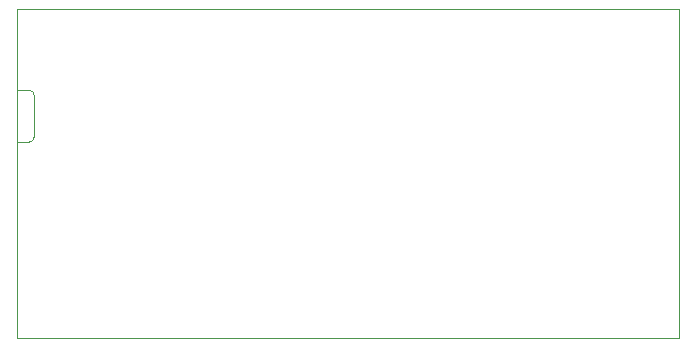
<source format=gm1>
G04 #@! TF.GenerationSoftware,KiCad,Pcbnew,9.0.1-9.0.1-0~ubuntu24.04.1*
G04 #@! TF.CreationDate,2025-05-03T19:14:28+01:00*
G04 #@! TF.ProjectId,Kicad_Amplificador,4b696361-645f-4416-9d70-6c6966696361,rev?*
G04 #@! TF.SameCoordinates,Original*
G04 #@! TF.FileFunction,Profile,NP*
%FSLAX46Y46*%
G04 Gerber Fmt 4.6, Leading zero omitted, Abs format (unit mm)*
G04 Created by KiCad (PCBNEW 9.0.1-9.0.1-0~ubuntu24.04.1) date 2025-05-03 19:14:28*
%MOMM*%
%LPD*%
G01*
G04 APERTURE LIST*
G04 #@! TA.AperFunction,Profile*
%ADD10C,0.050000*%
G04 #@! TD*
G04 #@! TA.AperFunction,Profile*
%ADD11C,0.120000*%
G04 #@! TD*
G04 APERTURE END LIST*
D10*
X101150000Y-89200000D02*
X157250000Y-89200000D01*
X157250000Y-117125000D01*
X101150000Y-117125000D01*
X101150000Y-89200000D01*
D11*
X101200000Y-96100000D02*
X101200000Y-91800000D01*
X101200000Y-100500000D02*
X101200000Y-104800000D01*
X102200000Y-96100000D02*
X101200000Y-96100000D01*
X102200000Y-100500000D02*
X101200000Y-100500000D01*
X102600000Y-100100000D02*
X102600000Y-96500000D01*
X102200000Y-96100000D02*
G75*
G02*
X102600000Y-96500000I-1J-400001D01*
G01*
X102600000Y-100100000D02*
G75*
G02*
X102200000Y-100500000I-400000J0D01*
G01*
M02*

</source>
